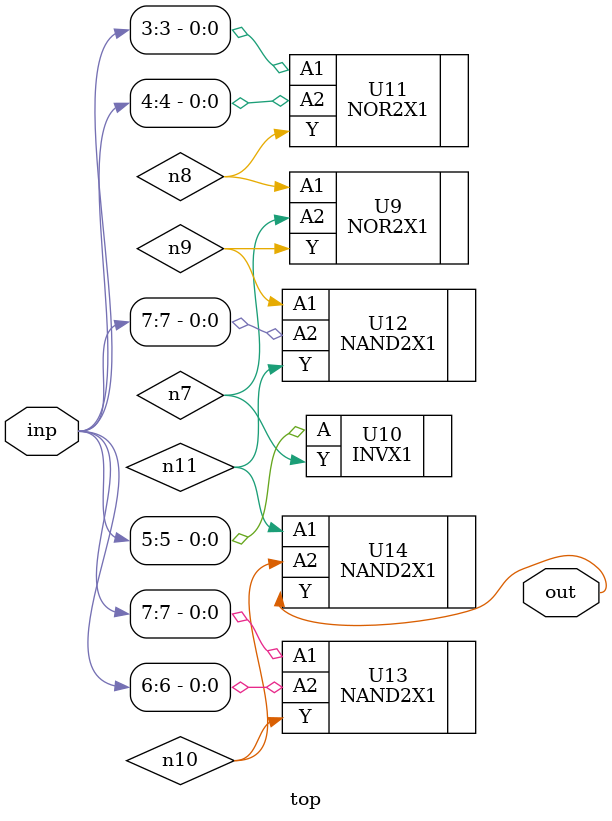
<source format=sv>


module top ( inp, out );
  input [7:0] inp;
  output out;
  wire   n7, n8, n9, n10, n11;

  NOR2X1 U9 ( .A1(n8), .A2(n7), .Y(n9) );
  INVX1 U10 ( .A(inp[5]), .Y(n7) );
  NOR2X1 U11 ( .A1(inp[3]), .A2(inp[4]), .Y(n8) );
  NAND2X1 U12 ( .A1(n9), .A2(inp[7]), .Y(n11) );
  NAND2X1 U13 ( .A1(inp[7]), .A2(inp[6]), .Y(n10) );
  NAND2X1 U14 ( .A1(n11), .A2(n10), .Y(out) );
endmodule


</source>
